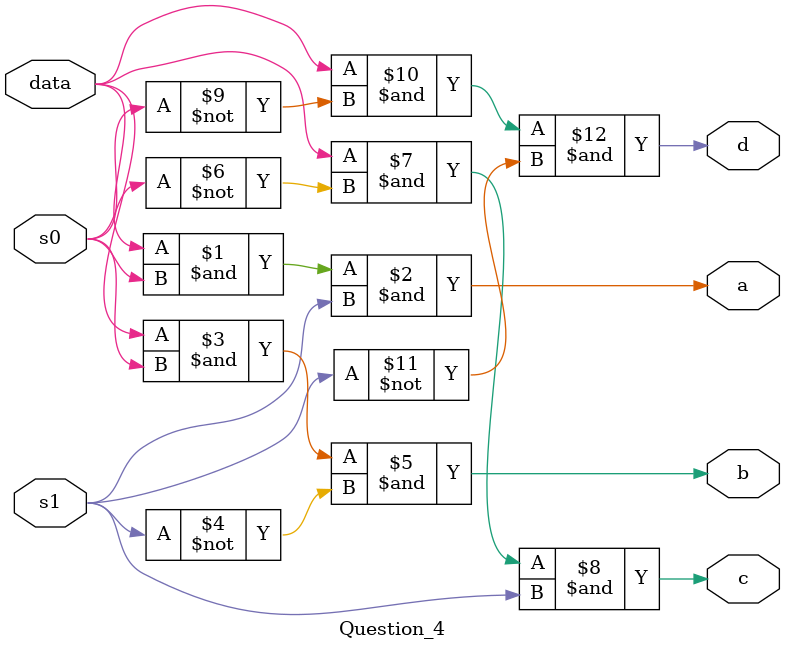
<source format=v>


module Question_4(data,s0,s1,a,b,c,d);
	
	input data;
	input s0,s1;
	output a,b,c,d;
	
	and (a, data, s0, s1);
	and (b, data, s0, ~s1);
	and (c, data, ~s0, s1);
	and (d, data, ~s0, ~s1);
	
endmodule

</source>
